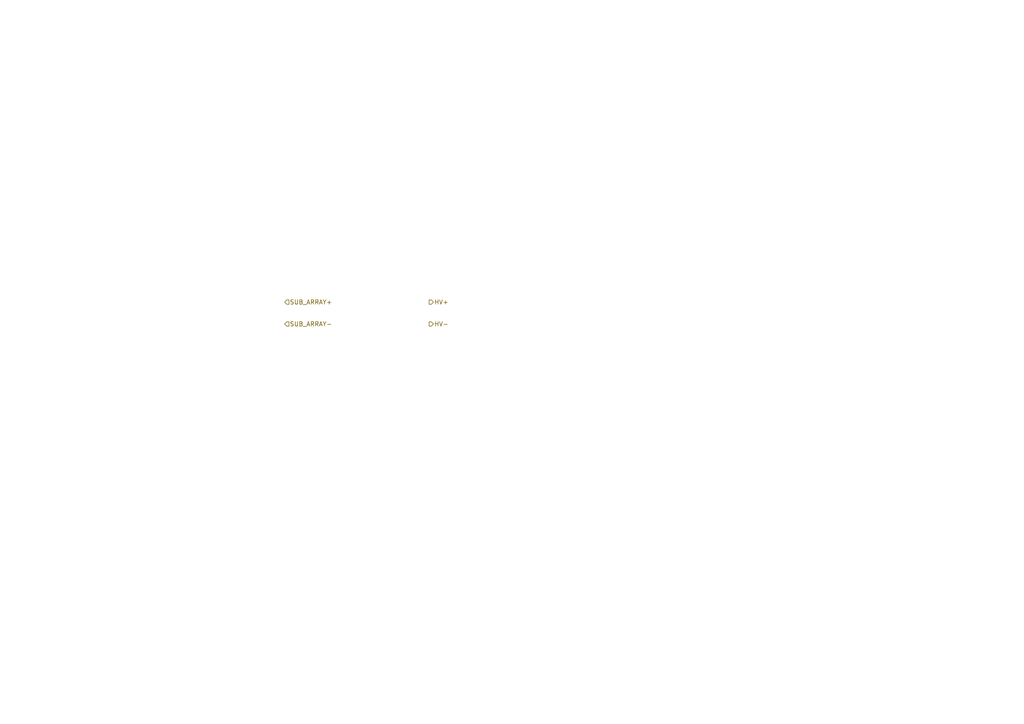
<source format=kicad_sch>
(kicad_sch
	(version 20231120)
	(generator "eeschema")
	(generator_version "8.0")
	(uuid "a8816bd4-f559-4e32-9a89-6f2675f781ae")
	(paper "A4")
	(lib_symbols)
	(hierarchical_label "SUB_ARRAY-"
		(shape input)
		(at 82.55 93.98 0)
		(fields_autoplaced yes)
		(effects
			(font
				(size 1.27 1.27)
			)
			(justify left)
		)
		(uuid "20f62f45-fe59-43f7-a17f-4c103daaae16")
	)
	(hierarchical_label "HV-"
		(shape output)
		(at 124.46 93.98 0)
		(fields_autoplaced yes)
		(effects
			(font
				(size 1.27 1.27)
			)
			(justify left)
		)
		(uuid "725c995e-60ce-4739-a1cb-e4173d6eb673")
	)
	(hierarchical_label "HV+"
		(shape output)
		(at 124.46 87.63 0)
		(fields_autoplaced yes)
		(effects
			(font
				(size 1.27 1.27)
			)
			(justify left)
		)
		(uuid "9bad21a4-725b-475c-94e7-23035ebbff03")
	)
	(hierarchical_label "SUB_ARRAY+"
		(shape input)
		(at 82.55 87.63 0)
		(fields_autoplaced yes)
		(effects
			(font
				(size 1.27 1.27)
			)
			(justify left)
		)
		(uuid "e405e369-5aeb-4918-bf5c-c12fd758d143")
	)
)
</source>
